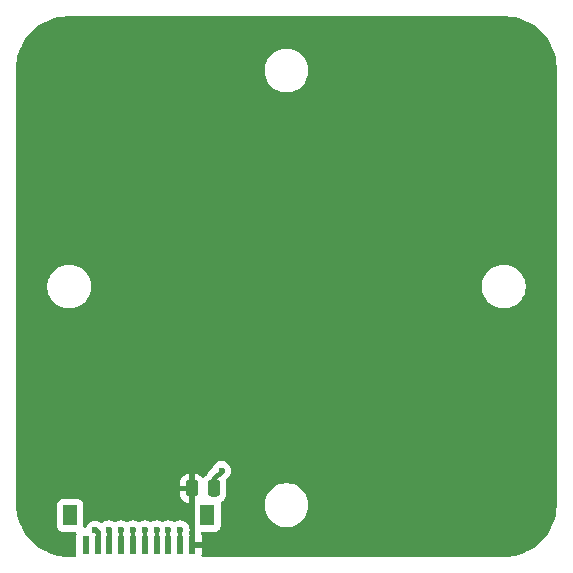
<source format=gbr>
%TF.GenerationSoftware,KiCad,Pcbnew,8.0.3*%
%TF.CreationDate,2024-07-17T14:54:55-05:00*%
%TF.ProjectId,Encoder,456e636f-6465-4722-9e6b-696361645f70,rev?*%
%TF.SameCoordinates,Original*%
%TF.FileFunction,Copper,L2,Bot*%
%TF.FilePolarity,Positive*%
%FSLAX46Y46*%
G04 Gerber Fmt 4.6, Leading zero omitted, Abs format (unit mm)*
G04 Created by KiCad (PCBNEW 8.0.3) date 2024-07-17 14:54:55*
%MOMM*%
%LPD*%
G01*
G04 APERTURE LIST*
G04 Aperture macros list*
%AMRoundRect*
0 Rectangle with rounded corners*
0 $1 Rounding radius*
0 $2 $3 $4 $5 $6 $7 $8 $9 X,Y pos of 4 corners*
0 Add a 4 corners polygon primitive as box body*
4,1,4,$2,$3,$4,$5,$6,$7,$8,$9,$2,$3,0*
0 Add four circle primitives for the rounded corners*
1,1,$1+$1,$2,$3*
1,1,$1+$1,$4,$5*
1,1,$1+$1,$6,$7*
1,1,$1+$1,$8,$9*
0 Add four rect primitives between the rounded corners*
20,1,$1+$1,$2,$3,$4,$5,0*
20,1,$1+$1,$4,$5,$6,$7,0*
20,1,$1+$1,$6,$7,$8,$9,0*
20,1,$1+$1,$8,$9,$2,$3,0*%
G04 Aperture macros list end*
%TA.AperFunction,SMDPad,CuDef*%
%ADD10RoundRect,0.250000X-0.250000X-0.475000X0.250000X-0.475000X0.250000X0.475000X-0.250000X0.475000X0*%
%TD*%
%TA.AperFunction,SMDPad,CuDef*%
%ADD11R,0.609600X1.549400*%
%TD*%
%TA.AperFunction,SMDPad,CuDef*%
%ADD12R,1.219200X1.803400*%
%TD*%
%TA.AperFunction,ViaPad*%
%ADD13C,0.600000*%
%TD*%
%TA.AperFunction,Conductor*%
%ADD14C,0.400000*%
%TD*%
%TA.AperFunction,Conductor*%
%ADD15C,0.300000*%
%TD*%
G04 APERTURE END LIST*
D10*
%TO.P,C2,1*%
%TO.N,+3.3V*%
X124000000Y-99500000D03*
%TO.P,C2,2*%
%TO.N,GND*%
X125900000Y-99500000D03*
%TD*%
D11*
%TO.P,J1,1,1*%
%TO.N,+3.3V*%
X124000001Y-104295600D03*
%TO.P,J1,2,2*%
%TO.N,I*%
X123000001Y-104295600D03*
%TO.P,J1,3,3*%
%TO.N,B*%
X122000000Y-104295600D03*
%TO.P,J1,4,4*%
%TO.N,A*%
X121000000Y-104295600D03*
%TO.P,J1,5,5*%
%TO.N,MOSI*%
X119999999Y-104295600D03*
%TO.P,J1,6,6*%
%TO.N,MISO*%
X119000001Y-104295600D03*
%TO.P,J1,7,7*%
%TO.N,CLK*%
X118000000Y-104295600D03*
%TO.P,J1,8,8*%
%TO.N,CS_*%
X117000000Y-104295600D03*
%TO.P,J1,9,9*%
%TO.N,GND*%
X115999999Y-104295600D03*
%TO.P,J1,10,10*%
%TO.N,unconnected-(J1-Pad10)*%
X114999999Y-104295600D03*
D12*
%TO.P,J1,11*%
%TO.N,N/C*%
X125303900Y-101781000D03*
%TO.P,J1,12*%
X113696100Y-101781000D03*
%TD*%
D13*
%TO.N,+3.3V*%
X133650000Y-82500000D03*
%TO.N,GND*%
X115800000Y-103025000D03*
X126500000Y-98000000D03*
%TO.N,I*%
X123000000Y-103000000D03*
%TO.N,B*%
X122000000Y-103000000D03*
%TO.N,A*%
X121000000Y-103000000D03*
%TO.N,MOSI*%
X120000000Y-103000000D03*
%TO.N,MISO*%
X119000000Y-103000000D03*
%TO.N,CLK*%
X118000000Y-103000000D03*
%TO.N,CS_*%
X117000000Y-103000000D03*
%TD*%
D14*
%TO.N,GND*%
X115800000Y-103025000D02*
X115999999Y-103224999D01*
X115999999Y-103224999D02*
X115999999Y-104295600D01*
X125900000Y-98600000D02*
X125900000Y-99500000D01*
X126500000Y-98000000D02*
X125900000Y-98600000D01*
D15*
%TO.N,I*%
X123000000Y-103000000D02*
X123000000Y-104295599D01*
X123000000Y-104295599D02*
X123000001Y-104295600D01*
%TO.N,B*%
X122000000Y-103000000D02*
X122000000Y-104295600D01*
%TO.N,A*%
X121000000Y-103000000D02*
X121000000Y-104295600D01*
%TO.N,MOSI*%
X120000000Y-104295599D02*
X119999999Y-104295600D01*
X120000000Y-103000000D02*
X120000000Y-104295599D01*
%TO.N,MISO*%
X119000000Y-103000000D02*
X119000000Y-104295599D01*
X119000000Y-104295599D02*
X119000001Y-104295600D01*
%TO.N,CLK*%
X118000000Y-103000000D02*
X118000000Y-104295600D01*
D14*
%TO.N,CS_*%
X117000000Y-104295600D02*
X117000000Y-103000000D01*
%TO.N,+3.3V*%
X124000000Y-99500000D02*
X124000000Y-104295599D01*
X124000000Y-104295599D02*
X124000001Y-104295600D01*
%TD*%
%TA.AperFunction,Conductor*%
%TO.N,+3.3V*%
G36*
X150400692Y-59500007D02*
G01*
X150602929Y-59502343D01*
X150612931Y-59502863D01*
X151016336Y-59540244D01*
X151027654Y-59541823D01*
X151395590Y-59610602D01*
X151425200Y-59616137D01*
X151436351Y-59618760D01*
X151825313Y-59729429D01*
X151836151Y-59733061D01*
X152213285Y-59879164D01*
X152223747Y-59883784D01*
X152585760Y-60064044D01*
X152595748Y-60069607D01*
X152832071Y-60215932D01*
X152939599Y-60282511D01*
X152949048Y-60288984D01*
X153271779Y-60532699D01*
X153280580Y-60540008D01*
X153579448Y-60812462D01*
X153587542Y-60820556D01*
X153859987Y-61119414D01*
X153867304Y-61128225D01*
X154111015Y-61450951D01*
X154117488Y-61460400D01*
X154330387Y-61804242D01*
X154335960Y-61814249D01*
X154516211Y-62176244D01*
X154520838Y-62186721D01*
X154666934Y-62563837D01*
X154670573Y-62574697D01*
X154781239Y-62963650D01*
X154783862Y-62974799D01*
X154858174Y-63372332D01*
X154859756Y-63383676D01*
X154897135Y-63787064D01*
X154897656Y-63797073D01*
X154899992Y-63999307D01*
X154900000Y-64000739D01*
X154900000Y-100799260D01*
X154899992Y-100800692D01*
X154897656Y-101002926D01*
X154897135Y-101012935D01*
X154859756Y-101416323D01*
X154858174Y-101427667D01*
X154783862Y-101825200D01*
X154781239Y-101836349D01*
X154670573Y-102225302D01*
X154666934Y-102236162D01*
X154520838Y-102613278D01*
X154516211Y-102623755D01*
X154335960Y-102985750D01*
X154330387Y-102995757D01*
X154117488Y-103339599D01*
X154111015Y-103349048D01*
X153867304Y-103671774D01*
X153859987Y-103680585D01*
X153587542Y-103979443D01*
X153579443Y-103987542D01*
X153280585Y-104259987D01*
X153271774Y-104267304D01*
X152949048Y-104511015D01*
X152939599Y-104517488D01*
X152595757Y-104730387D01*
X152585750Y-104735960D01*
X152223755Y-104916211D01*
X152213278Y-104920838D01*
X151836162Y-105066934D01*
X151825302Y-105070573D01*
X151436349Y-105181239D01*
X151425200Y-105183862D01*
X151027667Y-105258174D01*
X151016323Y-105259756D01*
X150612935Y-105297135D01*
X150602926Y-105297656D01*
X150400693Y-105299992D01*
X150399261Y-105300000D01*
X124923294Y-105300000D01*
X124856255Y-105280315D01*
X124810500Y-105227511D01*
X124800005Y-105162745D01*
X124804799Y-105118146D01*
X124804801Y-105118127D01*
X124804801Y-104545600D01*
X123929301Y-104545600D01*
X123862262Y-104525915D01*
X123816507Y-104473111D01*
X123805301Y-104421600D01*
X123805300Y-103473029D01*
X123805299Y-103473023D01*
X123805298Y-103473016D01*
X123798892Y-103413417D01*
X123798892Y-103413416D01*
X123765299Y-103323349D01*
X123760315Y-103253657D01*
X123764435Y-103239073D01*
X123785368Y-103179255D01*
X123785646Y-103176791D01*
X123805565Y-103000003D01*
X123805565Y-102999996D01*
X123785369Y-102820750D01*
X123785368Y-102820745D01*
X123774674Y-102790183D01*
X123725789Y-102650478D01*
X123629816Y-102497738D01*
X123502262Y-102370184D01*
X123434027Y-102327309D01*
X123349523Y-102274211D01*
X123179254Y-102214631D01*
X123179249Y-102214630D01*
X123000004Y-102194435D01*
X122999996Y-102194435D01*
X122820750Y-102214630D01*
X122820737Y-102214633D01*
X122650479Y-102274209D01*
X122565971Y-102327309D01*
X122498734Y-102346309D01*
X122434029Y-102327309D01*
X122349520Y-102274209D01*
X122179262Y-102214633D01*
X122179249Y-102214630D01*
X122000004Y-102194435D01*
X121999996Y-102194435D01*
X121820750Y-102214630D01*
X121820737Y-102214633D01*
X121650479Y-102274209D01*
X121565971Y-102327309D01*
X121498734Y-102346309D01*
X121434029Y-102327309D01*
X121349520Y-102274209D01*
X121179262Y-102214633D01*
X121179249Y-102214630D01*
X121000004Y-102194435D01*
X120999996Y-102194435D01*
X120820750Y-102214630D01*
X120820737Y-102214633D01*
X120650479Y-102274209D01*
X120565971Y-102327309D01*
X120498734Y-102346309D01*
X120434029Y-102327309D01*
X120349520Y-102274209D01*
X120179262Y-102214633D01*
X120179249Y-102214630D01*
X120000004Y-102194435D01*
X119999996Y-102194435D01*
X119820750Y-102214630D01*
X119820737Y-102214633D01*
X119650479Y-102274209D01*
X119565971Y-102327309D01*
X119498734Y-102346309D01*
X119434029Y-102327309D01*
X119349520Y-102274209D01*
X119179262Y-102214633D01*
X119179249Y-102214630D01*
X119000004Y-102194435D01*
X118999996Y-102194435D01*
X118820750Y-102214630D01*
X118820737Y-102214633D01*
X118650479Y-102274209D01*
X118565971Y-102327309D01*
X118498734Y-102346309D01*
X118434029Y-102327309D01*
X118349520Y-102274209D01*
X118179262Y-102214633D01*
X118179249Y-102214630D01*
X118000004Y-102194435D01*
X117999996Y-102194435D01*
X117820750Y-102214630D01*
X117820737Y-102214633D01*
X117650479Y-102274209D01*
X117565971Y-102327309D01*
X117498734Y-102346309D01*
X117434029Y-102327309D01*
X117349520Y-102274209D01*
X117179262Y-102214633D01*
X117179249Y-102214630D01*
X117000004Y-102194435D01*
X116999996Y-102194435D01*
X116820750Y-102214630D01*
X116820745Y-102214631D01*
X116650476Y-102274211D01*
X116497737Y-102370184D01*
X116475181Y-102392741D01*
X116413858Y-102426226D01*
X116344166Y-102421242D01*
X116308609Y-102398390D01*
X116307705Y-102399525D01*
X116302262Y-102395184D01*
X116149523Y-102299211D01*
X115979254Y-102239631D01*
X115979249Y-102239630D01*
X115800004Y-102219435D01*
X115799996Y-102219435D01*
X115620750Y-102239630D01*
X115620745Y-102239631D01*
X115450476Y-102299211D01*
X115297737Y-102395184D01*
X115170184Y-102522737D01*
X115074208Y-102675480D01*
X115047240Y-102752552D01*
X115006518Y-102809328D01*
X114941565Y-102835075D01*
X114873004Y-102821618D01*
X114822601Y-102773231D01*
X114806199Y-102711600D01*
X114806199Y-100831435D01*
X124193800Y-100831435D01*
X124193800Y-102730570D01*
X124193801Y-102730576D01*
X124200208Y-102790183D01*
X124248562Y-102919825D01*
X124253546Y-102989517D01*
X124250001Y-102996009D01*
X124250001Y-104045600D01*
X124804801Y-104045600D01*
X124804801Y-103473072D01*
X124804800Y-103473055D01*
X124798399Y-103413527D01*
X124798397Y-103413519D01*
X124774905Y-103350532D01*
X124769921Y-103280840D01*
X124803406Y-103219517D01*
X124864730Y-103186033D01*
X124891079Y-103183199D01*
X125961372Y-103183199D01*
X126020983Y-103176791D01*
X126155831Y-103126496D01*
X126271046Y-103040246D01*
X126357296Y-102925031D01*
X126407591Y-102790183D01*
X126414000Y-102730573D01*
X126413999Y-100831428D01*
X126408496Y-100780236D01*
X126408771Y-100778711D01*
X130149500Y-100778711D01*
X130149500Y-101021288D01*
X130181161Y-101261785D01*
X130243947Y-101496104D01*
X130336773Y-101720205D01*
X130336776Y-101720212D01*
X130458064Y-101930289D01*
X130458066Y-101930292D01*
X130458067Y-101930293D01*
X130605733Y-102122736D01*
X130605739Y-102122743D01*
X130777256Y-102294260D01*
X130777263Y-102294266D01*
X130820326Y-102327309D01*
X130969711Y-102441936D01*
X131179788Y-102563224D01*
X131403900Y-102656054D01*
X131638211Y-102718838D01*
X131818586Y-102742584D01*
X131878711Y-102750500D01*
X131878712Y-102750500D01*
X132121289Y-102750500D01*
X132169388Y-102744167D01*
X132361789Y-102718838D01*
X132596100Y-102656054D01*
X132820212Y-102563224D01*
X133030289Y-102441936D01*
X133222738Y-102294265D01*
X133394265Y-102122738D01*
X133541936Y-101930289D01*
X133663224Y-101720212D01*
X133756054Y-101496100D01*
X133818838Y-101261789D01*
X133850500Y-101021288D01*
X133850500Y-100778712D01*
X133818838Y-100538211D01*
X133756054Y-100303900D01*
X133752092Y-100294336D01*
X133683109Y-100127795D01*
X133663224Y-100079788D01*
X133541936Y-99869711D01*
X133394265Y-99677262D01*
X133394260Y-99677256D01*
X133222743Y-99505739D01*
X133222736Y-99505733D01*
X133030293Y-99358067D01*
X133030292Y-99358066D01*
X133030289Y-99358064D01*
X132820212Y-99236776D01*
X132820205Y-99236773D01*
X132596104Y-99143947D01*
X132361785Y-99081161D01*
X132121289Y-99049500D01*
X132121288Y-99049500D01*
X131878712Y-99049500D01*
X131878711Y-99049500D01*
X131638214Y-99081161D01*
X131403895Y-99143947D01*
X131179794Y-99236773D01*
X131179785Y-99236777D01*
X130969706Y-99358067D01*
X130777263Y-99505733D01*
X130777256Y-99505739D01*
X130605739Y-99677256D01*
X130605733Y-99677263D01*
X130458067Y-99869706D01*
X130336777Y-100079785D01*
X130336773Y-100079794D01*
X130243947Y-100303895D01*
X130181161Y-100538214D01*
X130149500Y-100778711D01*
X126408771Y-100778711D01*
X126420903Y-100711477D01*
X126466690Y-100661444D01*
X126469331Y-100659814D01*
X126469334Y-100659814D01*
X126618656Y-100567712D01*
X126742712Y-100443656D01*
X126834814Y-100294334D01*
X126889999Y-100127797D01*
X126900500Y-100025009D01*
X126900499Y-98974992D01*
X126889999Y-98872203D01*
X126873444Y-98822246D01*
X126871043Y-98752420D01*
X126906774Y-98692377D01*
X126925173Y-98678253D01*
X127002262Y-98629816D01*
X127129816Y-98502262D01*
X127225789Y-98349522D01*
X127285368Y-98179255D01*
X127305565Y-98000000D01*
X127285368Y-97820745D01*
X127225789Y-97650478D01*
X127129816Y-97497738D01*
X127002262Y-97370184D01*
X126849523Y-97274211D01*
X126679254Y-97214631D01*
X126679249Y-97214630D01*
X126500004Y-97194435D01*
X126499996Y-97194435D01*
X126320750Y-97214630D01*
X126320745Y-97214631D01*
X126150476Y-97274211D01*
X125997737Y-97370184D01*
X125870184Y-97497737D01*
X125774212Y-97650475D01*
X125774211Y-97650476D01*
X125737992Y-97753984D01*
X125708632Y-97800709D01*
X125355888Y-98153454D01*
X125355882Y-98153462D01*
X125321895Y-98204328D01*
X125321895Y-98204329D01*
X125300560Y-98236259D01*
X125279225Y-98268188D01*
X125279221Y-98268195D01*
X125236859Y-98370469D01*
X125193018Y-98424873D01*
X125187399Y-98428553D01*
X125181343Y-98432288D01*
X125057284Y-98556348D01*
X125057283Y-98556349D01*
X125055241Y-98559661D01*
X125053247Y-98561453D01*
X125052807Y-98562011D01*
X125052711Y-98561935D01*
X125003291Y-98606383D01*
X124934328Y-98617602D01*
X124870247Y-98589755D01*
X124844168Y-98559656D01*
X124842319Y-98556659D01*
X124842316Y-98556655D01*
X124718345Y-98432684D01*
X124569124Y-98340643D01*
X124569119Y-98340641D01*
X124402697Y-98285494D01*
X124402690Y-98285493D01*
X124299986Y-98275000D01*
X124250000Y-98275000D01*
X124250000Y-100615948D01*
X124242182Y-100659281D01*
X124200208Y-100771817D01*
X124197258Y-100799260D01*
X124193801Y-100831423D01*
X124193800Y-100831435D01*
X114806199Y-100831435D01*
X114806199Y-100831428D01*
X114799791Y-100771817D01*
X114778415Y-100714506D01*
X114749497Y-100636971D01*
X114749493Y-100636964D01*
X114663247Y-100521755D01*
X114663244Y-100521752D01*
X114548035Y-100435506D01*
X114548028Y-100435502D01*
X114413182Y-100385208D01*
X114413183Y-100385208D01*
X114353583Y-100378801D01*
X114353581Y-100378800D01*
X114353573Y-100378800D01*
X114353564Y-100378800D01*
X113038629Y-100378800D01*
X113038623Y-100378801D01*
X112979016Y-100385208D01*
X112844171Y-100435502D01*
X112844164Y-100435506D01*
X112728955Y-100521752D01*
X112728952Y-100521755D01*
X112642706Y-100636964D01*
X112642702Y-100636971D01*
X112592408Y-100771817D01*
X112589458Y-100799260D01*
X112586001Y-100831423D01*
X112586000Y-100831435D01*
X112586000Y-102730570D01*
X112586001Y-102730576D01*
X112592408Y-102790183D01*
X112642702Y-102925028D01*
X112642706Y-102925035D01*
X112728952Y-103040244D01*
X112728955Y-103040247D01*
X112844164Y-103126493D01*
X112844171Y-103126497D01*
X112979017Y-103176791D01*
X112979016Y-103176791D01*
X112985944Y-103177535D01*
X113038627Y-103183200D01*
X114108380Y-103183199D01*
X114175419Y-103202883D01*
X114221174Y-103255687D01*
X114231118Y-103324846D01*
X114224562Y-103350532D01*
X114201107Y-103413416D01*
X114194700Y-103473016D01*
X114194700Y-103473023D01*
X114194699Y-103473035D01*
X114194699Y-105118170D01*
X114194700Y-105118172D01*
X114199491Y-105162745D01*
X114199492Y-105162746D01*
X114187086Y-105231505D01*
X114139475Y-105282642D01*
X114076202Y-105300000D01*
X113600739Y-105300000D01*
X113599307Y-105299992D01*
X113397073Y-105297656D01*
X113387064Y-105297135D01*
X112983676Y-105259756D01*
X112972332Y-105258174D01*
X112574799Y-105183862D01*
X112563650Y-105181239D01*
X112174697Y-105070573D01*
X112163837Y-105066934D01*
X111786721Y-104920838D01*
X111776244Y-104916211D01*
X111414249Y-104735960D01*
X111404242Y-104730387D01*
X111060400Y-104517488D01*
X111050951Y-104511015D01*
X110728225Y-104267304D01*
X110719414Y-104259987D01*
X110420556Y-103987542D01*
X110412457Y-103979443D01*
X110140012Y-103680585D01*
X110132695Y-103671774D01*
X109888984Y-103349048D01*
X109882511Y-103339599D01*
X109797860Y-103202883D01*
X109669607Y-102995748D01*
X109664044Y-102985760D01*
X109483784Y-102623747D01*
X109479161Y-102613278D01*
X109459771Y-102563226D01*
X109333061Y-102236151D01*
X109329429Y-102225313D01*
X109218760Y-101836349D01*
X109216137Y-101825200D01*
X109196510Y-101720205D01*
X109141823Y-101427654D01*
X109140244Y-101416336D01*
X109102863Y-101012931D01*
X109102343Y-101002926D01*
X109100008Y-100800692D01*
X109100000Y-100799260D01*
X109100000Y-100024986D01*
X123000001Y-100024986D01*
X123010494Y-100127697D01*
X123065641Y-100294119D01*
X123065643Y-100294124D01*
X123157684Y-100443345D01*
X123281654Y-100567315D01*
X123430875Y-100659356D01*
X123430880Y-100659358D01*
X123597302Y-100714505D01*
X123597309Y-100714506D01*
X123700019Y-100724999D01*
X123749999Y-100724998D01*
X123750000Y-100724998D01*
X123750000Y-99750000D01*
X123000001Y-99750000D01*
X123000001Y-100024986D01*
X109100000Y-100024986D01*
X109100000Y-98975013D01*
X123000000Y-98975013D01*
X123000000Y-99250000D01*
X123750000Y-99250000D01*
X123750000Y-98275000D01*
X123749999Y-98274999D01*
X123700029Y-98275000D01*
X123700011Y-98275001D01*
X123597302Y-98285494D01*
X123430880Y-98340641D01*
X123430875Y-98340643D01*
X123281654Y-98432684D01*
X123157684Y-98556654D01*
X123065643Y-98705875D01*
X123065641Y-98705880D01*
X123010494Y-98872302D01*
X123010493Y-98872309D01*
X123000000Y-98975013D01*
X109100000Y-98975013D01*
X109100000Y-82278711D01*
X111749500Y-82278711D01*
X111749500Y-82521288D01*
X111781161Y-82761785D01*
X111843947Y-82996104D01*
X111936773Y-83220205D01*
X111936776Y-83220212D01*
X112058064Y-83430289D01*
X112058066Y-83430292D01*
X112058067Y-83430293D01*
X112205733Y-83622736D01*
X112205739Y-83622743D01*
X112377256Y-83794260D01*
X112377262Y-83794265D01*
X112569711Y-83941936D01*
X112779788Y-84063224D01*
X113003900Y-84156054D01*
X113238211Y-84218838D01*
X113418586Y-84242584D01*
X113478711Y-84250500D01*
X113478712Y-84250500D01*
X113721289Y-84250500D01*
X113769388Y-84244167D01*
X113961789Y-84218838D01*
X114196100Y-84156054D01*
X114420212Y-84063224D01*
X114630289Y-83941936D01*
X114822738Y-83794265D01*
X114994265Y-83622738D01*
X115141936Y-83430289D01*
X115263224Y-83220212D01*
X115356054Y-82996100D01*
X115418838Y-82761789D01*
X115450500Y-82521288D01*
X115450500Y-82278712D01*
X115450500Y-82278711D01*
X148549500Y-82278711D01*
X148549500Y-82521288D01*
X148581161Y-82761785D01*
X148643947Y-82996104D01*
X148736773Y-83220205D01*
X148736776Y-83220212D01*
X148858064Y-83430289D01*
X148858066Y-83430292D01*
X148858067Y-83430293D01*
X149005733Y-83622736D01*
X149005739Y-83622743D01*
X149177256Y-83794260D01*
X149177262Y-83794265D01*
X149369711Y-83941936D01*
X149579788Y-84063224D01*
X149803900Y-84156054D01*
X150038211Y-84218838D01*
X150218586Y-84242584D01*
X150278711Y-84250500D01*
X150278712Y-84250500D01*
X150521289Y-84250500D01*
X150569388Y-84244167D01*
X150761789Y-84218838D01*
X150996100Y-84156054D01*
X151220212Y-84063224D01*
X151430289Y-83941936D01*
X151622738Y-83794265D01*
X151794265Y-83622738D01*
X151941936Y-83430289D01*
X152063224Y-83220212D01*
X152156054Y-82996100D01*
X152218838Y-82761789D01*
X152250500Y-82521288D01*
X152250500Y-82278712D01*
X152218838Y-82038211D01*
X152156054Y-81803900D01*
X152063224Y-81579788D01*
X151941936Y-81369711D01*
X151794265Y-81177262D01*
X151794260Y-81177256D01*
X151622743Y-81005739D01*
X151622736Y-81005733D01*
X151430293Y-80858067D01*
X151430292Y-80858066D01*
X151430289Y-80858064D01*
X151220212Y-80736776D01*
X151220205Y-80736773D01*
X150996104Y-80643947D01*
X150761785Y-80581161D01*
X150521289Y-80549500D01*
X150521288Y-80549500D01*
X150278712Y-80549500D01*
X150278711Y-80549500D01*
X150038214Y-80581161D01*
X149803895Y-80643947D01*
X149579794Y-80736773D01*
X149579785Y-80736777D01*
X149369706Y-80858067D01*
X149177263Y-81005733D01*
X149177256Y-81005739D01*
X149005739Y-81177256D01*
X149005733Y-81177263D01*
X148858067Y-81369706D01*
X148736777Y-81579785D01*
X148736773Y-81579794D01*
X148643947Y-81803895D01*
X148581161Y-82038214D01*
X148549500Y-82278711D01*
X115450500Y-82278711D01*
X115418838Y-82038211D01*
X115356054Y-81803900D01*
X115263224Y-81579788D01*
X115141936Y-81369711D01*
X114994265Y-81177262D01*
X114994260Y-81177256D01*
X114822743Y-81005739D01*
X114822736Y-81005733D01*
X114630293Y-80858067D01*
X114630292Y-80858066D01*
X114630289Y-80858064D01*
X114420212Y-80736776D01*
X114420205Y-80736773D01*
X114196104Y-80643947D01*
X113961785Y-80581161D01*
X113721289Y-80549500D01*
X113721288Y-80549500D01*
X113478712Y-80549500D01*
X113478711Y-80549500D01*
X113238214Y-80581161D01*
X113003895Y-80643947D01*
X112779794Y-80736773D01*
X112779785Y-80736777D01*
X112569706Y-80858067D01*
X112377263Y-81005733D01*
X112377256Y-81005739D01*
X112205739Y-81177256D01*
X112205733Y-81177263D01*
X112058067Y-81369706D01*
X111936777Y-81579785D01*
X111936773Y-81579794D01*
X111843947Y-81803895D01*
X111781161Y-82038214D01*
X111749500Y-82278711D01*
X109100000Y-82278711D01*
X109100000Y-64000739D01*
X109100008Y-63999307D01*
X109100246Y-63978711D01*
X130149500Y-63978711D01*
X130149500Y-64221288D01*
X130181161Y-64461785D01*
X130243947Y-64696104D01*
X130336773Y-64920205D01*
X130336776Y-64920212D01*
X130458064Y-65130289D01*
X130458066Y-65130292D01*
X130458067Y-65130293D01*
X130605733Y-65322736D01*
X130605739Y-65322743D01*
X130777256Y-65494260D01*
X130777262Y-65494265D01*
X130969711Y-65641936D01*
X131179788Y-65763224D01*
X131403900Y-65856054D01*
X131638211Y-65918838D01*
X131818586Y-65942584D01*
X131878711Y-65950500D01*
X131878712Y-65950500D01*
X132121289Y-65950500D01*
X132169388Y-65944167D01*
X132361789Y-65918838D01*
X132596100Y-65856054D01*
X132820212Y-65763224D01*
X133030289Y-65641936D01*
X133222738Y-65494265D01*
X133394265Y-65322738D01*
X133541936Y-65130289D01*
X133663224Y-64920212D01*
X133756054Y-64696100D01*
X133818838Y-64461789D01*
X133850500Y-64221288D01*
X133850500Y-63978712D01*
X133818838Y-63738211D01*
X133756054Y-63503900D01*
X133663224Y-63279788D01*
X133541936Y-63069711D01*
X133394265Y-62877262D01*
X133394260Y-62877256D01*
X133222743Y-62705739D01*
X133222736Y-62705733D01*
X133030293Y-62558067D01*
X133030292Y-62558066D01*
X133030289Y-62558064D01*
X132820212Y-62436776D01*
X132820205Y-62436773D01*
X132596104Y-62343947D01*
X132361785Y-62281161D01*
X132121289Y-62249500D01*
X132121288Y-62249500D01*
X131878712Y-62249500D01*
X131878711Y-62249500D01*
X131638214Y-62281161D01*
X131403895Y-62343947D01*
X131179794Y-62436773D01*
X131179785Y-62436777D01*
X130969706Y-62558067D01*
X130777263Y-62705733D01*
X130777256Y-62705739D01*
X130605739Y-62877256D01*
X130605733Y-62877263D01*
X130458067Y-63069706D01*
X130336777Y-63279785D01*
X130336773Y-63279794D01*
X130243947Y-63503895D01*
X130181161Y-63738214D01*
X130149500Y-63978711D01*
X109100246Y-63978711D01*
X109102343Y-63797073D01*
X109102864Y-63787064D01*
X109107391Y-63738214D01*
X109140245Y-63383660D01*
X109141822Y-63372348D01*
X109216137Y-62974796D01*
X109218760Y-62963650D01*
X109292142Y-62705739D01*
X109329431Y-62574680D01*
X109333058Y-62563855D01*
X109479167Y-62186705D01*
X109483780Y-62176260D01*
X109664049Y-61814230D01*
X109669601Y-61804260D01*
X109882514Y-61460394D01*
X109888984Y-61450951D01*
X110132707Y-61128209D01*
X110139998Y-61119429D01*
X110412472Y-60820540D01*
X110420540Y-60812472D01*
X110719429Y-60539998D01*
X110728209Y-60532707D01*
X111050956Y-60288980D01*
X111060394Y-60282514D01*
X111404260Y-60069601D01*
X111414230Y-60064049D01*
X111776260Y-59883780D01*
X111786705Y-59879167D01*
X112163855Y-59733058D01*
X112174680Y-59729431D01*
X112563652Y-59618759D01*
X112574796Y-59616137D01*
X112972348Y-59541822D01*
X112983660Y-59540245D01*
X113387069Y-59502863D01*
X113397069Y-59502343D01*
X113599307Y-59500007D01*
X113600739Y-59500000D01*
X150399261Y-59500000D01*
X150400692Y-59500007D01*
G37*
%TD.AperFunction*%
%TD*%
M02*

</source>
